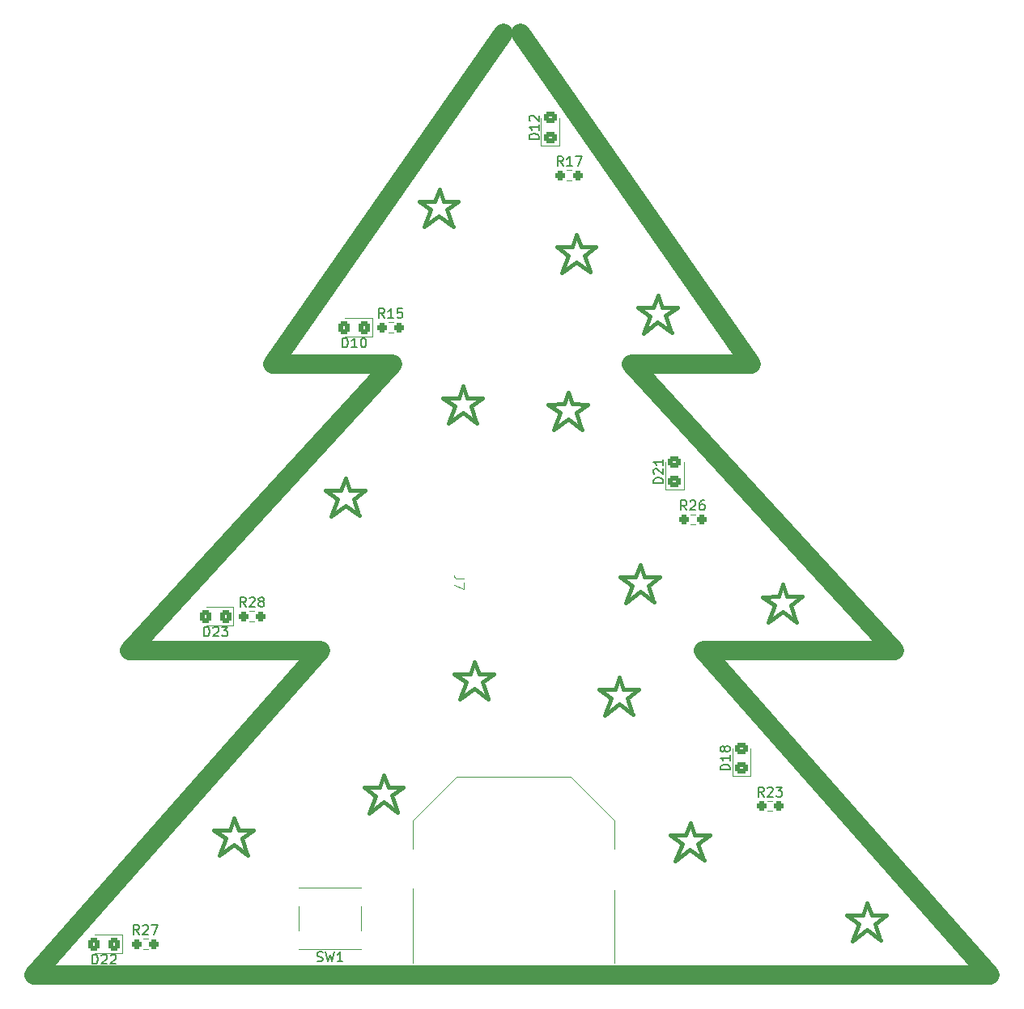
<source format=gto>
%TF.GenerationSoftware,KiCad,Pcbnew,7.0.8*%
%TF.CreationDate,2024-03-10T12:53:15+01:00*%
%TF.ProjectId,PCB_Christmas_Tree,5043425f-4368-4726-9973-746d61735f54,rev?*%
%TF.SameCoordinates,Original*%
%TF.FileFunction,Legend,Top*%
%TF.FilePolarity,Positive*%
%FSLAX46Y46*%
G04 Gerber Fmt 4.6, Leading zero omitted, Abs format (unit mm)*
G04 Created by KiCad (PCBNEW 7.0.8) date 2024-03-10 12:53:15*
%MOMM*%
%LPD*%
G01*
G04 APERTURE LIST*
G04 Aperture macros list*
%AMRoundRect*
0 Rectangle with rounded corners*
0 $1 Rounding radius*
0 $2 $3 $4 $5 $6 $7 $8 $9 X,Y pos of 4 corners*
0 Add a 4 corners polygon primitive as box body*
4,1,4,$2,$3,$4,$5,$6,$7,$8,$9,$2,$3,0*
0 Add four circle primitives for the rounded corners*
1,1,$1+$1,$2,$3*
1,1,$1+$1,$4,$5*
1,1,$1+$1,$6,$7*
1,1,$1+$1,$8,$9*
0 Add four rect primitives between the rounded corners*
20,1,$1+$1,$2,$3,$4,$5,0*
20,1,$1+$1,$4,$5,$6,$7,0*
20,1,$1+$1,$6,$7,$8,$9,0*
20,1,$1+$1,$8,$9,$2,$3,0*%
G04 Aperture macros list end*
%ADD10C,0.400000*%
%ADD11C,2.000000*%
%ADD12C,0.100000*%
%ADD13C,0.150000*%
%ADD14C,0.120000*%
%ADD15R,3.000000X2.000000*%
%ADD16RoundRect,0.250000X0.450000X-0.325000X0.450000X0.325000X-0.450000X0.325000X-0.450000X-0.325000X0*%
%ADD17RoundRect,0.237500X-0.250000X-0.237500X0.250000X-0.237500X0.250000X0.237500X-0.250000X0.237500X0*%
%ADD18RoundRect,0.250000X0.325000X0.450000X-0.325000X0.450000X-0.325000X-0.450000X0.325000X-0.450000X0*%
%ADD19C,3.000000*%
%ADD20R,5.000000X5.000000*%
%ADD21R,1.550000X1.300000*%
%ADD22R,1.700000X1.700000*%
%ADD23O,1.700000X1.700000*%
G04 APERTURE END LIST*
D10*
X133980000Y-136320000D02*
X135180000Y-135430000D01*
X86290000Y-60730000D02*
X87940000Y-60710000D01*
X92100000Y-108890000D02*
X92550000Y-110150000D01*
X89220000Y-61610000D02*
X90420000Y-60720000D01*
X91720000Y-82190000D02*
X92270000Y-83850000D01*
X109260000Y-111800000D02*
X107690000Y-111790000D01*
D11*
X146008000Y-141724000D02*
X46008000Y-141724000D01*
D10*
X101904676Y-80684140D02*
X102354676Y-81944140D01*
X116670000Y-127040000D02*
X115100000Y-127030000D01*
X123480000Y-103000000D02*
X122800000Y-104780000D01*
X84650000Y-122030000D02*
X83080000Y-122020000D01*
X66950000Y-125230000D02*
X66490000Y-126490000D01*
X78570000Y-92540000D02*
X77060000Y-93670000D01*
X92070000Y-111710000D02*
X93540000Y-112790000D01*
X78600000Y-89720000D02*
X79050000Y-90980000D01*
X122230000Y-102110000D02*
X123880000Y-102090000D01*
X92920000Y-111050000D02*
X93470000Y-112710000D01*
X64840000Y-126510000D02*
X66090000Y-127400000D01*
X101874676Y-83504140D02*
X103344676Y-84584140D01*
X91720000Y-82190000D02*
X92920000Y-81300000D01*
X133160000Y-134160000D02*
X132700000Y-135420000D01*
D11*
X136008000Y-107724000D02*
X116008000Y-107724000D01*
D10*
X90870000Y-82850000D02*
X92340000Y-83930000D01*
X135180000Y-135430000D02*
X133610000Y-135420000D01*
X82630000Y-120760000D02*
X83080000Y-122020000D01*
X101904676Y-80684140D02*
X101444676Y-81944140D01*
X109160000Y-71840000D02*
X110810000Y-71820000D01*
X103600000Y-66400000D02*
X104800000Y-65510000D01*
X105130000Y-111810000D02*
X106380000Y-112700000D01*
X113290000Y-71830000D02*
X111720000Y-71820000D01*
X78600000Y-89720000D02*
X78140000Y-90980000D01*
X102780000Y-64240000D02*
X103230000Y-65500000D01*
X66920000Y-128050000D02*
X65410000Y-129180000D01*
X133160000Y-134160000D02*
X133610000Y-135420000D01*
X114620000Y-128590000D02*
X113110000Y-129720000D01*
X124340000Y-100830000D02*
X123880000Y-102090000D01*
X114620000Y-128590000D02*
X116090000Y-129670000D01*
X108060000Y-112690000D02*
X109260000Y-111800000D01*
X66090000Y-127400000D02*
X65410000Y-129180000D01*
X124310000Y-103650000D02*
X125780000Y-104730000D01*
X113790000Y-127940000D02*
X113110000Y-129720000D01*
X92070000Y-111710000D02*
X90560000Y-112840000D01*
X108060000Y-112690000D02*
X108610000Y-114350000D01*
X104800000Y-65510000D02*
X103230000Y-65500000D01*
X102780000Y-64240000D02*
X102320000Y-65500000D01*
X68970000Y-126500000D02*
X67400000Y-126490000D01*
X107210000Y-113350000D02*
X108680000Y-114430000D01*
X115470000Y-127930000D02*
X116670000Y-127040000D01*
X109420000Y-98760000D02*
X108960000Y-100020000D01*
X112540000Y-127050000D02*
X114190000Y-127030000D01*
X111440000Y-100030000D02*
X109870000Y-100020000D01*
X80520000Y-122040000D02*
X81770000Y-122930000D01*
X79420000Y-91880000D02*
X80620000Y-90990000D01*
X111240000Y-73380000D02*
X109730000Y-74510000D01*
X102750000Y-67060000D02*
X104220000Y-68140000D01*
X112540000Y-127050000D02*
X113790000Y-127940000D01*
X90900000Y-80030000D02*
X90440000Y-81290000D01*
X111240000Y-73380000D02*
X112710000Y-74460000D01*
X132300000Y-136330000D02*
X131620000Y-138110000D01*
X88370000Y-62270000D02*
X89840000Y-63350000D01*
X76490000Y-91000000D02*
X78140000Y-90980000D01*
X131050000Y-135440000D02*
X132300000Y-136330000D01*
X66950000Y-125230000D02*
X67400000Y-126490000D01*
X103600000Y-66400000D02*
X104150000Y-68060000D01*
X109420000Y-98760000D02*
X109870000Y-100020000D01*
X109390000Y-101580000D02*
X110860000Y-102660000D01*
X81770000Y-122930000D02*
X81090000Y-124710000D01*
X133980000Y-136320000D02*
X134530000Y-137980000D01*
D11*
X95108000Y-43124000D02*
X71008000Y-77724000D01*
D10*
X92920000Y-81300000D02*
X91350000Y-81290000D01*
X112090000Y-72720000D02*
X113290000Y-71830000D01*
X102724676Y-82844140D02*
X103274676Y-84504140D01*
X82600000Y-123580000D02*
X81090000Y-124710000D01*
X110240000Y-100920000D02*
X110790000Y-102580000D01*
X88400000Y-59450000D02*
X87940000Y-60710000D01*
X100670000Y-65520000D02*
X101920000Y-66410000D01*
D11*
X83508000Y-77724000D02*
X56008000Y-107724000D01*
D10*
X82600000Y-123580000D02*
X84070000Y-124660000D01*
D11*
X108508000Y-77724000D02*
X121008000Y-77724000D01*
D10*
X133130000Y-136980000D02*
X131620000Y-138110000D01*
X79420000Y-91880000D02*
X79970000Y-93540000D01*
X83450000Y-122920000D02*
X84000000Y-124580000D01*
X131050000Y-135440000D02*
X132700000Y-135420000D01*
X99794676Y-81964140D02*
X101444676Y-81944140D01*
X91240000Y-111060000D02*
X90560000Y-112840000D01*
X99794676Y-81964140D02*
X101044676Y-82854140D01*
X92920000Y-111050000D02*
X94120000Y-110160000D01*
X78570000Y-92540000D02*
X80040000Y-93620000D01*
X107310000Y-100040000D02*
X108960000Y-100020000D01*
X82630000Y-120760000D02*
X82170000Y-122020000D01*
D11*
X108508000Y-77724000D02*
X136008000Y-107724000D01*
D10*
X107210000Y-113350000D02*
X105700000Y-114480000D01*
X101044676Y-82854140D02*
X100364676Y-84634140D01*
X115470000Y-127930000D02*
X116020000Y-129590000D01*
X90900000Y-80030000D02*
X91350000Y-81290000D01*
X110240000Y-100920000D02*
X111440000Y-100030000D01*
X90040000Y-82200000D02*
X89360000Y-83980000D01*
X114650000Y-125770000D02*
X114190000Y-127030000D01*
X100670000Y-65520000D02*
X102320000Y-65500000D01*
X90420000Y-60720000D02*
X88850000Y-60710000D01*
X86290000Y-60730000D02*
X87540000Y-61620000D01*
X89990000Y-110170000D02*
X91640000Y-110150000D01*
D11*
X96908000Y-43124000D02*
X121008000Y-77724000D01*
D10*
X89990000Y-110170000D02*
X91240000Y-111060000D01*
X126360000Y-102100000D02*
X124790000Y-102090000D01*
X125160000Y-102990000D02*
X126360000Y-102100000D01*
D11*
X116008000Y-107724000D02*
X146008000Y-141724000D01*
D10*
X122230000Y-102110000D02*
X123480000Y-103000000D01*
X111270000Y-70560000D02*
X110810000Y-71820000D01*
X112090000Y-72720000D02*
X112640000Y-74380000D01*
X101874676Y-83504140D02*
X100364676Y-84634140D01*
X133130000Y-136980000D02*
X134600000Y-138060000D01*
X64840000Y-126510000D02*
X66490000Y-126490000D01*
X107240000Y-110530000D02*
X107690000Y-111790000D01*
X125160000Y-102990000D02*
X125710000Y-104650000D01*
X92100000Y-108890000D02*
X91640000Y-110150000D01*
X109160000Y-71840000D02*
X110410000Y-72730000D01*
X87540000Y-61620000D02*
X86860000Y-63400000D01*
X76490000Y-91000000D02*
X77740000Y-91890000D01*
X108560000Y-100930000D02*
X107880000Y-102710000D01*
X94120000Y-110160000D02*
X92550000Y-110150000D01*
X124340000Y-100830000D02*
X124790000Y-102090000D01*
X80620000Y-90990000D02*
X79050000Y-90980000D01*
X111270000Y-70560000D02*
X111720000Y-71820000D01*
X102724676Y-82844140D02*
X103924676Y-81954140D01*
D11*
X76008000Y-107724000D02*
X56008000Y-107724000D01*
D10*
X77740000Y-91890000D02*
X77060000Y-93670000D01*
X90870000Y-82850000D02*
X89360000Y-83980000D01*
X67770000Y-127390000D02*
X68320000Y-129050000D01*
X83450000Y-122920000D02*
X84650000Y-122030000D01*
X101920000Y-66410000D02*
X101240000Y-68190000D01*
X102750000Y-67060000D02*
X101240000Y-68190000D01*
X80520000Y-122040000D02*
X82170000Y-122020000D01*
X66920000Y-128050000D02*
X68390000Y-129130000D01*
X107310000Y-100040000D02*
X108560000Y-100930000D01*
X105130000Y-111810000D02*
X106780000Y-111790000D01*
X88370000Y-62270000D02*
X86860000Y-63400000D01*
X106380000Y-112700000D02*
X105700000Y-114480000D01*
X88790000Y-81310000D02*
X90040000Y-82200000D01*
X110410000Y-72730000D02*
X109730000Y-74510000D01*
X88790000Y-81310000D02*
X90440000Y-81290000D01*
X88400000Y-59450000D02*
X88850000Y-60710000D01*
X89220000Y-61610000D02*
X89770000Y-63270000D01*
X124310000Y-103650000D02*
X122800000Y-104780000D01*
D11*
X71008000Y-77724000D02*
X83508000Y-77724000D01*
D10*
X103924676Y-81954140D02*
X102354676Y-81944140D01*
X109390000Y-101580000D02*
X107880000Y-102710000D01*
X107240000Y-110530000D02*
X106780000Y-111790000D01*
X114650000Y-125770000D02*
X115100000Y-127030000D01*
D11*
X76008000Y-107724000D02*
X46008000Y-141724000D01*
D10*
X67770000Y-127390000D02*
X68970000Y-126500000D01*
D12*
X90994580Y-100238666D02*
X90280295Y-100238666D01*
X90280295Y-100238666D02*
X90137438Y-100191047D01*
X90137438Y-100191047D02*
X90042200Y-100095809D01*
X90042200Y-100095809D02*
X89994580Y-99952952D01*
X89994580Y-99952952D02*
X89994580Y-99857714D01*
X90994580Y-100619619D02*
X90994580Y-101286285D01*
X90994580Y-101286285D02*
X89994580Y-100857714D01*
D13*
X111804819Y-90214285D02*
X110804819Y-90214285D01*
X110804819Y-90214285D02*
X110804819Y-89976190D01*
X110804819Y-89976190D02*
X110852438Y-89833333D01*
X110852438Y-89833333D02*
X110947676Y-89738095D01*
X110947676Y-89738095D02*
X111042914Y-89690476D01*
X111042914Y-89690476D02*
X111233390Y-89642857D01*
X111233390Y-89642857D02*
X111376247Y-89642857D01*
X111376247Y-89642857D02*
X111566723Y-89690476D01*
X111566723Y-89690476D02*
X111661961Y-89738095D01*
X111661961Y-89738095D02*
X111757200Y-89833333D01*
X111757200Y-89833333D02*
X111804819Y-89976190D01*
X111804819Y-89976190D02*
X111804819Y-90214285D01*
X110900057Y-89261904D02*
X110852438Y-89214285D01*
X110852438Y-89214285D02*
X110804819Y-89119047D01*
X110804819Y-89119047D02*
X110804819Y-88880952D01*
X110804819Y-88880952D02*
X110852438Y-88785714D01*
X110852438Y-88785714D02*
X110900057Y-88738095D01*
X110900057Y-88738095D02*
X110995295Y-88690476D01*
X110995295Y-88690476D02*
X111090533Y-88690476D01*
X111090533Y-88690476D02*
X111233390Y-88738095D01*
X111233390Y-88738095D02*
X111804819Y-89309523D01*
X111804819Y-89309523D02*
X111804819Y-88690476D01*
X111804819Y-87738095D02*
X111804819Y-88309523D01*
X111804819Y-88023809D02*
X110804819Y-88023809D01*
X110804819Y-88023809D02*
X110947676Y-88119047D01*
X110947676Y-88119047D02*
X111042914Y-88214285D01*
X111042914Y-88214285D02*
X111090533Y-88309523D01*
X114269642Y-93024819D02*
X113936309Y-92548628D01*
X113698214Y-93024819D02*
X113698214Y-92024819D01*
X113698214Y-92024819D02*
X114079166Y-92024819D01*
X114079166Y-92024819D02*
X114174404Y-92072438D01*
X114174404Y-92072438D02*
X114222023Y-92120057D01*
X114222023Y-92120057D02*
X114269642Y-92215295D01*
X114269642Y-92215295D02*
X114269642Y-92358152D01*
X114269642Y-92358152D02*
X114222023Y-92453390D01*
X114222023Y-92453390D02*
X114174404Y-92501009D01*
X114174404Y-92501009D02*
X114079166Y-92548628D01*
X114079166Y-92548628D02*
X113698214Y-92548628D01*
X114650595Y-92120057D02*
X114698214Y-92072438D01*
X114698214Y-92072438D02*
X114793452Y-92024819D01*
X114793452Y-92024819D02*
X115031547Y-92024819D01*
X115031547Y-92024819D02*
X115126785Y-92072438D01*
X115126785Y-92072438D02*
X115174404Y-92120057D01*
X115174404Y-92120057D02*
X115222023Y-92215295D01*
X115222023Y-92215295D02*
X115222023Y-92310533D01*
X115222023Y-92310533D02*
X115174404Y-92453390D01*
X115174404Y-92453390D02*
X114602976Y-93024819D01*
X114602976Y-93024819D02*
X115222023Y-93024819D01*
X116079166Y-92024819D02*
X115888690Y-92024819D01*
X115888690Y-92024819D02*
X115793452Y-92072438D01*
X115793452Y-92072438D02*
X115745833Y-92120057D01*
X115745833Y-92120057D02*
X115650595Y-92262914D01*
X115650595Y-92262914D02*
X115602976Y-92453390D01*
X115602976Y-92453390D02*
X115602976Y-92834342D01*
X115602976Y-92834342D02*
X115650595Y-92929580D01*
X115650595Y-92929580D02*
X115698214Y-92977200D01*
X115698214Y-92977200D02*
X115793452Y-93024819D01*
X115793452Y-93024819D02*
X115983928Y-93024819D01*
X115983928Y-93024819D02*
X116079166Y-92977200D01*
X116079166Y-92977200D02*
X116126785Y-92929580D01*
X116126785Y-92929580D02*
X116174404Y-92834342D01*
X116174404Y-92834342D02*
X116174404Y-92596247D01*
X116174404Y-92596247D02*
X116126785Y-92501009D01*
X116126785Y-92501009D02*
X116079166Y-92453390D01*
X116079166Y-92453390D02*
X115983928Y-92405771D01*
X115983928Y-92405771D02*
X115793452Y-92405771D01*
X115793452Y-92405771D02*
X115698214Y-92453390D01*
X115698214Y-92453390D02*
X115650595Y-92501009D01*
X115650595Y-92501009D02*
X115602976Y-92596247D01*
X57015142Y-137454819D02*
X56681809Y-136978628D01*
X56443714Y-137454819D02*
X56443714Y-136454819D01*
X56443714Y-136454819D02*
X56824666Y-136454819D01*
X56824666Y-136454819D02*
X56919904Y-136502438D01*
X56919904Y-136502438D02*
X56967523Y-136550057D01*
X56967523Y-136550057D02*
X57015142Y-136645295D01*
X57015142Y-136645295D02*
X57015142Y-136788152D01*
X57015142Y-136788152D02*
X56967523Y-136883390D01*
X56967523Y-136883390D02*
X56919904Y-136931009D01*
X56919904Y-136931009D02*
X56824666Y-136978628D01*
X56824666Y-136978628D02*
X56443714Y-136978628D01*
X57396095Y-136550057D02*
X57443714Y-136502438D01*
X57443714Y-136502438D02*
X57538952Y-136454819D01*
X57538952Y-136454819D02*
X57777047Y-136454819D01*
X57777047Y-136454819D02*
X57872285Y-136502438D01*
X57872285Y-136502438D02*
X57919904Y-136550057D01*
X57919904Y-136550057D02*
X57967523Y-136645295D01*
X57967523Y-136645295D02*
X57967523Y-136740533D01*
X57967523Y-136740533D02*
X57919904Y-136883390D01*
X57919904Y-136883390D02*
X57348476Y-137454819D01*
X57348476Y-137454819D02*
X57967523Y-137454819D01*
X58300857Y-136454819D02*
X58967523Y-136454819D01*
X58967523Y-136454819D02*
X58538952Y-137454819D01*
X63800714Y-106244819D02*
X63800714Y-105244819D01*
X63800714Y-105244819D02*
X64038809Y-105244819D01*
X64038809Y-105244819D02*
X64181666Y-105292438D01*
X64181666Y-105292438D02*
X64276904Y-105387676D01*
X64276904Y-105387676D02*
X64324523Y-105482914D01*
X64324523Y-105482914D02*
X64372142Y-105673390D01*
X64372142Y-105673390D02*
X64372142Y-105816247D01*
X64372142Y-105816247D02*
X64324523Y-106006723D01*
X64324523Y-106006723D02*
X64276904Y-106101961D01*
X64276904Y-106101961D02*
X64181666Y-106197200D01*
X64181666Y-106197200D02*
X64038809Y-106244819D01*
X64038809Y-106244819D02*
X63800714Y-106244819D01*
X64753095Y-105340057D02*
X64800714Y-105292438D01*
X64800714Y-105292438D02*
X64895952Y-105244819D01*
X64895952Y-105244819D02*
X65134047Y-105244819D01*
X65134047Y-105244819D02*
X65229285Y-105292438D01*
X65229285Y-105292438D02*
X65276904Y-105340057D01*
X65276904Y-105340057D02*
X65324523Y-105435295D01*
X65324523Y-105435295D02*
X65324523Y-105530533D01*
X65324523Y-105530533D02*
X65276904Y-105673390D01*
X65276904Y-105673390D02*
X64705476Y-106244819D01*
X64705476Y-106244819D02*
X65324523Y-106244819D01*
X65657857Y-105244819D02*
X66276904Y-105244819D01*
X66276904Y-105244819D02*
X65943571Y-105625771D01*
X65943571Y-105625771D02*
X66086428Y-105625771D01*
X66086428Y-105625771D02*
X66181666Y-105673390D01*
X66181666Y-105673390D02*
X66229285Y-105721009D01*
X66229285Y-105721009D02*
X66276904Y-105816247D01*
X66276904Y-105816247D02*
X66276904Y-106054342D01*
X66276904Y-106054342D02*
X66229285Y-106149580D01*
X66229285Y-106149580D02*
X66181666Y-106197200D01*
X66181666Y-106197200D02*
X66086428Y-106244819D01*
X66086428Y-106244819D02*
X65800714Y-106244819D01*
X65800714Y-106244819D02*
X65705476Y-106197200D01*
X65705476Y-106197200D02*
X65657857Y-106149580D01*
X78287714Y-76018819D02*
X78287714Y-75018819D01*
X78287714Y-75018819D02*
X78525809Y-75018819D01*
X78525809Y-75018819D02*
X78668666Y-75066438D01*
X78668666Y-75066438D02*
X78763904Y-75161676D01*
X78763904Y-75161676D02*
X78811523Y-75256914D01*
X78811523Y-75256914D02*
X78859142Y-75447390D01*
X78859142Y-75447390D02*
X78859142Y-75590247D01*
X78859142Y-75590247D02*
X78811523Y-75780723D01*
X78811523Y-75780723D02*
X78763904Y-75875961D01*
X78763904Y-75875961D02*
X78668666Y-75971200D01*
X78668666Y-75971200D02*
X78525809Y-76018819D01*
X78525809Y-76018819D02*
X78287714Y-76018819D01*
X79811523Y-76018819D02*
X79240095Y-76018819D01*
X79525809Y-76018819D02*
X79525809Y-75018819D01*
X79525809Y-75018819D02*
X79430571Y-75161676D01*
X79430571Y-75161676D02*
X79335333Y-75256914D01*
X79335333Y-75256914D02*
X79240095Y-75304533D01*
X80430571Y-75018819D02*
X80525809Y-75018819D01*
X80525809Y-75018819D02*
X80621047Y-75066438D01*
X80621047Y-75066438D02*
X80668666Y-75114057D01*
X80668666Y-75114057D02*
X80716285Y-75209295D01*
X80716285Y-75209295D02*
X80763904Y-75399771D01*
X80763904Y-75399771D02*
X80763904Y-75637866D01*
X80763904Y-75637866D02*
X80716285Y-75828342D01*
X80716285Y-75828342D02*
X80668666Y-75923580D01*
X80668666Y-75923580D02*
X80621047Y-75971200D01*
X80621047Y-75971200D02*
X80525809Y-76018819D01*
X80525809Y-76018819D02*
X80430571Y-76018819D01*
X80430571Y-76018819D02*
X80335333Y-75971200D01*
X80335333Y-75971200D02*
X80287714Y-75923580D01*
X80287714Y-75923580D02*
X80240095Y-75828342D01*
X80240095Y-75828342D02*
X80192476Y-75637866D01*
X80192476Y-75637866D02*
X80192476Y-75399771D01*
X80192476Y-75399771D02*
X80240095Y-75209295D01*
X80240095Y-75209295D02*
X80287714Y-75114057D01*
X80287714Y-75114057D02*
X80335333Y-75066438D01*
X80335333Y-75066438D02*
X80430571Y-75018819D01*
X82669142Y-72938819D02*
X82335809Y-72462628D01*
X82097714Y-72938819D02*
X82097714Y-71938819D01*
X82097714Y-71938819D02*
X82478666Y-71938819D01*
X82478666Y-71938819D02*
X82573904Y-71986438D01*
X82573904Y-71986438D02*
X82621523Y-72034057D01*
X82621523Y-72034057D02*
X82669142Y-72129295D01*
X82669142Y-72129295D02*
X82669142Y-72272152D01*
X82669142Y-72272152D02*
X82621523Y-72367390D01*
X82621523Y-72367390D02*
X82573904Y-72415009D01*
X82573904Y-72415009D02*
X82478666Y-72462628D01*
X82478666Y-72462628D02*
X82097714Y-72462628D01*
X83621523Y-72938819D02*
X83050095Y-72938819D01*
X83335809Y-72938819D02*
X83335809Y-71938819D01*
X83335809Y-71938819D02*
X83240571Y-72081676D01*
X83240571Y-72081676D02*
X83145333Y-72176914D01*
X83145333Y-72176914D02*
X83050095Y-72224533D01*
X84526285Y-71938819D02*
X84050095Y-71938819D01*
X84050095Y-71938819D02*
X84002476Y-72415009D01*
X84002476Y-72415009D02*
X84050095Y-72367390D01*
X84050095Y-72367390D02*
X84145333Y-72319771D01*
X84145333Y-72319771D02*
X84383428Y-72319771D01*
X84383428Y-72319771D02*
X84478666Y-72367390D01*
X84478666Y-72367390D02*
X84526285Y-72415009D01*
X84526285Y-72415009D02*
X84573904Y-72510247D01*
X84573904Y-72510247D02*
X84573904Y-72748342D01*
X84573904Y-72748342D02*
X84526285Y-72843580D01*
X84526285Y-72843580D02*
X84478666Y-72891200D01*
X84478666Y-72891200D02*
X84383428Y-72938819D01*
X84383428Y-72938819D02*
X84145333Y-72938819D01*
X84145333Y-72938819D02*
X84050095Y-72891200D01*
X84050095Y-72891200D02*
X84002476Y-72843580D01*
X98804819Y-54214285D02*
X97804819Y-54214285D01*
X97804819Y-54214285D02*
X97804819Y-53976190D01*
X97804819Y-53976190D02*
X97852438Y-53833333D01*
X97852438Y-53833333D02*
X97947676Y-53738095D01*
X97947676Y-53738095D02*
X98042914Y-53690476D01*
X98042914Y-53690476D02*
X98233390Y-53642857D01*
X98233390Y-53642857D02*
X98376247Y-53642857D01*
X98376247Y-53642857D02*
X98566723Y-53690476D01*
X98566723Y-53690476D02*
X98661961Y-53738095D01*
X98661961Y-53738095D02*
X98757200Y-53833333D01*
X98757200Y-53833333D02*
X98804819Y-53976190D01*
X98804819Y-53976190D02*
X98804819Y-54214285D01*
X98804819Y-52690476D02*
X98804819Y-53261904D01*
X98804819Y-52976190D02*
X97804819Y-52976190D01*
X97804819Y-52976190D02*
X97947676Y-53071428D01*
X97947676Y-53071428D02*
X98042914Y-53166666D01*
X98042914Y-53166666D02*
X98090533Y-53261904D01*
X97900057Y-52309523D02*
X97852438Y-52261904D01*
X97852438Y-52261904D02*
X97804819Y-52166666D01*
X97804819Y-52166666D02*
X97804819Y-51928571D01*
X97804819Y-51928571D02*
X97852438Y-51833333D01*
X97852438Y-51833333D02*
X97900057Y-51785714D01*
X97900057Y-51785714D02*
X97995295Y-51738095D01*
X97995295Y-51738095D02*
X98090533Y-51738095D01*
X98090533Y-51738095D02*
X98233390Y-51785714D01*
X98233390Y-51785714D02*
X98804819Y-52357142D01*
X98804819Y-52357142D02*
X98804819Y-51738095D01*
X118804819Y-120214285D02*
X117804819Y-120214285D01*
X117804819Y-120214285D02*
X117804819Y-119976190D01*
X117804819Y-119976190D02*
X117852438Y-119833333D01*
X117852438Y-119833333D02*
X117947676Y-119738095D01*
X117947676Y-119738095D02*
X118042914Y-119690476D01*
X118042914Y-119690476D02*
X118233390Y-119642857D01*
X118233390Y-119642857D02*
X118376247Y-119642857D01*
X118376247Y-119642857D02*
X118566723Y-119690476D01*
X118566723Y-119690476D02*
X118661961Y-119738095D01*
X118661961Y-119738095D02*
X118757200Y-119833333D01*
X118757200Y-119833333D02*
X118804819Y-119976190D01*
X118804819Y-119976190D02*
X118804819Y-120214285D01*
X118804819Y-118690476D02*
X118804819Y-119261904D01*
X118804819Y-118976190D02*
X117804819Y-118976190D01*
X117804819Y-118976190D02*
X117947676Y-119071428D01*
X117947676Y-119071428D02*
X118042914Y-119166666D01*
X118042914Y-119166666D02*
X118090533Y-119261904D01*
X118233390Y-118119047D02*
X118185771Y-118214285D01*
X118185771Y-118214285D02*
X118138152Y-118261904D01*
X118138152Y-118261904D02*
X118042914Y-118309523D01*
X118042914Y-118309523D02*
X117995295Y-118309523D01*
X117995295Y-118309523D02*
X117900057Y-118261904D01*
X117900057Y-118261904D02*
X117852438Y-118214285D01*
X117852438Y-118214285D02*
X117804819Y-118119047D01*
X117804819Y-118119047D02*
X117804819Y-117928571D01*
X117804819Y-117928571D02*
X117852438Y-117833333D01*
X117852438Y-117833333D02*
X117900057Y-117785714D01*
X117900057Y-117785714D02*
X117995295Y-117738095D01*
X117995295Y-117738095D02*
X118042914Y-117738095D01*
X118042914Y-117738095D02*
X118138152Y-117785714D01*
X118138152Y-117785714D02*
X118185771Y-117833333D01*
X118185771Y-117833333D02*
X118233390Y-117928571D01*
X118233390Y-117928571D02*
X118233390Y-118119047D01*
X118233390Y-118119047D02*
X118281009Y-118214285D01*
X118281009Y-118214285D02*
X118328628Y-118261904D01*
X118328628Y-118261904D02*
X118423866Y-118309523D01*
X118423866Y-118309523D02*
X118614342Y-118309523D01*
X118614342Y-118309523D02*
X118709580Y-118261904D01*
X118709580Y-118261904D02*
X118757200Y-118214285D01*
X118757200Y-118214285D02*
X118804819Y-118119047D01*
X118804819Y-118119047D02*
X118804819Y-117928571D01*
X118804819Y-117928571D02*
X118757200Y-117833333D01*
X118757200Y-117833333D02*
X118709580Y-117785714D01*
X118709580Y-117785714D02*
X118614342Y-117738095D01*
X118614342Y-117738095D02*
X118423866Y-117738095D01*
X118423866Y-117738095D02*
X118328628Y-117785714D01*
X118328628Y-117785714D02*
X118281009Y-117833333D01*
X118281009Y-117833333D02*
X118233390Y-117928571D01*
D12*
X95978666Y-129584419D02*
X95978666Y-130298704D01*
X95978666Y-130298704D02*
X95931047Y-130441561D01*
X95931047Y-130441561D02*
X95835809Y-130536800D01*
X95835809Y-130536800D02*
X95692952Y-130584419D01*
X95692952Y-130584419D02*
X95597714Y-130584419D01*
X96407238Y-129679657D02*
X96454857Y-129632038D01*
X96454857Y-129632038D02*
X96550095Y-129584419D01*
X96550095Y-129584419D02*
X96788190Y-129584419D01*
X96788190Y-129584419D02*
X96883428Y-129632038D01*
X96883428Y-129632038D02*
X96931047Y-129679657D01*
X96931047Y-129679657D02*
X96978666Y-129774895D01*
X96978666Y-129774895D02*
X96978666Y-129870133D01*
X96978666Y-129870133D02*
X96931047Y-130012990D01*
X96931047Y-130012990D02*
X96359619Y-130584419D01*
X96359619Y-130584419D02*
X96978666Y-130584419D01*
D13*
X68172142Y-103164819D02*
X67838809Y-102688628D01*
X67600714Y-103164819D02*
X67600714Y-102164819D01*
X67600714Y-102164819D02*
X67981666Y-102164819D01*
X67981666Y-102164819D02*
X68076904Y-102212438D01*
X68076904Y-102212438D02*
X68124523Y-102260057D01*
X68124523Y-102260057D02*
X68172142Y-102355295D01*
X68172142Y-102355295D02*
X68172142Y-102498152D01*
X68172142Y-102498152D02*
X68124523Y-102593390D01*
X68124523Y-102593390D02*
X68076904Y-102641009D01*
X68076904Y-102641009D02*
X67981666Y-102688628D01*
X67981666Y-102688628D02*
X67600714Y-102688628D01*
X68553095Y-102260057D02*
X68600714Y-102212438D01*
X68600714Y-102212438D02*
X68695952Y-102164819D01*
X68695952Y-102164819D02*
X68934047Y-102164819D01*
X68934047Y-102164819D02*
X69029285Y-102212438D01*
X69029285Y-102212438D02*
X69076904Y-102260057D01*
X69076904Y-102260057D02*
X69124523Y-102355295D01*
X69124523Y-102355295D02*
X69124523Y-102450533D01*
X69124523Y-102450533D02*
X69076904Y-102593390D01*
X69076904Y-102593390D02*
X68505476Y-103164819D01*
X68505476Y-103164819D02*
X69124523Y-103164819D01*
X69695952Y-102593390D02*
X69600714Y-102545771D01*
X69600714Y-102545771D02*
X69553095Y-102498152D01*
X69553095Y-102498152D02*
X69505476Y-102402914D01*
X69505476Y-102402914D02*
X69505476Y-102355295D01*
X69505476Y-102355295D02*
X69553095Y-102260057D01*
X69553095Y-102260057D02*
X69600714Y-102212438D01*
X69600714Y-102212438D02*
X69695952Y-102164819D01*
X69695952Y-102164819D02*
X69886428Y-102164819D01*
X69886428Y-102164819D02*
X69981666Y-102212438D01*
X69981666Y-102212438D02*
X70029285Y-102260057D01*
X70029285Y-102260057D02*
X70076904Y-102355295D01*
X70076904Y-102355295D02*
X70076904Y-102402914D01*
X70076904Y-102402914D02*
X70029285Y-102498152D01*
X70029285Y-102498152D02*
X69981666Y-102545771D01*
X69981666Y-102545771D02*
X69886428Y-102593390D01*
X69886428Y-102593390D02*
X69695952Y-102593390D01*
X69695952Y-102593390D02*
X69600714Y-102641009D01*
X69600714Y-102641009D02*
X69553095Y-102688628D01*
X69553095Y-102688628D02*
X69505476Y-102783866D01*
X69505476Y-102783866D02*
X69505476Y-102974342D01*
X69505476Y-102974342D02*
X69553095Y-103069580D01*
X69553095Y-103069580D02*
X69600714Y-103117200D01*
X69600714Y-103117200D02*
X69695952Y-103164819D01*
X69695952Y-103164819D02*
X69886428Y-103164819D01*
X69886428Y-103164819D02*
X69981666Y-103117200D01*
X69981666Y-103117200D02*
X70029285Y-103069580D01*
X70029285Y-103069580D02*
X70076904Y-102974342D01*
X70076904Y-102974342D02*
X70076904Y-102783866D01*
X70076904Y-102783866D02*
X70029285Y-102688628D01*
X70029285Y-102688628D02*
X69981666Y-102641009D01*
X69981666Y-102641009D02*
X69886428Y-102593390D01*
X52125714Y-140534819D02*
X52125714Y-139534819D01*
X52125714Y-139534819D02*
X52363809Y-139534819D01*
X52363809Y-139534819D02*
X52506666Y-139582438D01*
X52506666Y-139582438D02*
X52601904Y-139677676D01*
X52601904Y-139677676D02*
X52649523Y-139772914D01*
X52649523Y-139772914D02*
X52697142Y-139963390D01*
X52697142Y-139963390D02*
X52697142Y-140106247D01*
X52697142Y-140106247D02*
X52649523Y-140296723D01*
X52649523Y-140296723D02*
X52601904Y-140391961D01*
X52601904Y-140391961D02*
X52506666Y-140487200D01*
X52506666Y-140487200D02*
X52363809Y-140534819D01*
X52363809Y-140534819D02*
X52125714Y-140534819D01*
X53078095Y-139630057D02*
X53125714Y-139582438D01*
X53125714Y-139582438D02*
X53220952Y-139534819D01*
X53220952Y-139534819D02*
X53459047Y-139534819D01*
X53459047Y-139534819D02*
X53554285Y-139582438D01*
X53554285Y-139582438D02*
X53601904Y-139630057D01*
X53601904Y-139630057D02*
X53649523Y-139725295D01*
X53649523Y-139725295D02*
X53649523Y-139820533D01*
X53649523Y-139820533D02*
X53601904Y-139963390D01*
X53601904Y-139963390D02*
X53030476Y-140534819D01*
X53030476Y-140534819D02*
X53649523Y-140534819D01*
X54030476Y-139630057D02*
X54078095Y-139582438D01*
X54078095Y-139582438D02*
X54173333Y-139534819D01*
X54173333Y-139534819D02*
X54411428Y-139534819D01*
X54411428Y-139534819D02*
X54506666Y-139582438D01*
X54506666Y-139582438D02*
X54554285Y-139630057D01*
X54554285Y-139630057D02*
X54601904Y-139725295D01*
X54601904Y-139725295D02*
X54601904Y-139820533D01*
X54601904Y-139820533D02*
X54554285Y-139963390D01*
X54554285Y-139963390D02*
X53982857Y-140534819D01*
X53982857Y-140534819D02*
X54601904Y-140534819D01*
X101357142Y-57024819D02*
X101023809Y-56548628D01*
X100785714Y-57024819D02*
X100785714Y-56024819D01*
X100785714Y-56024819D02*
X101166666Y-56024819D01*
X101166666Y-56024819D02*
X101261904Y-56072438D01*
X101261904Y-56072438D02*
X101309523Y-56120057D01*
X101309523Y-56120057D02*
X101357142Y-56215295D01*
X101357142Y-56215295D02*
X101357142Y-56358152D01*
X101357142Y-56358152D02*
X101309523Y-56453390D01*
X101309523Y-56453390D02*
X101261904Y-56501009D01*
X101261904Y-56501009D02*
X101166666Y-56548628D01*
X101166666Y-56548628D02*
X100785714Y-56548628D01*
X102309523Y-57024819D02*
X101738095Y-57024819D01*
X102023809Y-57024819D02*
X102023809Y-56024819D01*
X102023809Y-56024819D02*
X101928571Y-56167676D01*
X101928571Y-56167676D02*
X101833333Y-56262914D01*
X101833333Y-56262914D02*
X101738095Y-56310533D01*
X102642857Y-56024819D02*
X103309523Y-56024819D01*
X103309523Y-56024819D02*
X102880952Y-57024819D01*
X75628667Y-140220200D02*
X75771524Y-140267819D01*
X75771524Y-140267819D02*
X76009619Y-140267819D01*
X76009619Y-140267819D02*
X76104857Y-140220200D01*
X76104857Y-140220200D02*
X76152476Y-140172580D01*
X76152476Y-140172580D02*
X76200095Y-140077342D01*
X76200095Y-140077342D02*
X76200095Y-139982104D01*
X76200095Y-139982104D02*
X76152476Y-139886866D01*
X76152476Y-139886866D02*
X76104857Y-139839247D01*
X76104857Y-139839247D02*
X76009619Y-139791628D01*
X76009619Y-139791628D02*
X75819143Y-139744009D01*
X75819143Y-139744009D02*
X75723905Y-139696390D01*
X75723905Y-139696390D02*
X75676286Y-139648771D01*
X75676286Y-139648771D02*
X75628667Y-139553533D01*
X75628667Y-139553533D02*
X75628667Y-139458295D01*
X75628667Y-139458295D02*
X75676286Y-139363057D01*
X75676286Y-139363057D02*
X75723905Y-139315438D01*
X75723905Y-139315438D02*
X75819143Y-139267819D01*
X75819143Y-139267819D02*
X76057238Y-139267819D01*
X76057238Y-139267819D02*
X76200095Y-139315438D01*
X76533429Y-139267819D02*
X76771524Y-140267819D01*
X76771524Y-140267819D02*
X76962000Y-139553533D01*
X76962000Y-139553533D02*
X77152476Y-140267819D01*
X77152476Y-140267819D02*
X77390572Y-139267819D01*
X78295333Y-140267819D02*
X77723905Y-140267819D01*
X78009619Y-140267819D02*
X78009619Y-139267819D01*
X78009619Y-139267819D02*
X77914381Y-139410676D01*
X77914381Y-139410676D02*
X77819143Y-139505914D01*
X77819143Y-139505914D02*
X77723905Y-139553533D01*
X122357142Y-123024819D02*
X122023809Y-122548628D01*
X121785714Y-123024819D02*
X121785714Y-122024819D01*
X121785714Y-122024819D02*
X122166666Y-122024819D01*
X122166666Y-122024819D02*
X122261904Y-122072438D01*
X122261904Y-122072438D02*
X122309523Y-122120057D01*
X122309523Y-122120057D02*
X122357142Y-122215295D01*
X122357142Y-122215295D02*
X122357142Y-122358152D01*
X122357142Y-122358152D02*
X122309523Y-122453390D01*
X122309523Y-122453390D02*
X122261904Y-122501009D01*
X122261904Y-122501009D02*
X122166666Y-122548628D01*
X122166666Y-122548628D02*
X121785714Y-122548628D01*
X122738095Y-122120057D02*
X122785714Y-122072438D01*
X122785714Y-122072438D02*
X122880952Y-122024819D01*
X122880952Y-122024819D02*
X123119047Y-122024819D01*
X123119047Y-122024819D02*
X123214285Y-122072438D01*
X123214285Y-122072438D02*
X123261904Y-122120057D01*
X123261904Y-122120057D02*
X123309523Y-122215295D01*
X123309523Y-122215295D02*
X123309523Y-122310533D01*
X123309523Y-122310533D02*
X123261904Y-122453390D01*
X123261904Y-122453390D02*
X122690476Y-123024819D01*
X122690476Y-123024819D02*
X123309523Y-123024819D01*
X123642857Y-122024819D02*
X124261904Y-122024819D01*
X124261904Y-122024819D02*
X123928571Y-122405771D01*
X123928571Y-122405771D02*
X124071428Y-122405771D01*
X124071428Y-122405771D02*
X124166666Y-122453390D01*
X124166666Y-122453390D02*
X124214285Y-122501009D01*
X124214285Y-122501009D02*
X124261904Y-122596247D01*
X124261904Y-122596247D02*
X124261904Y-122834342D01*
X124261904Y-122834342D02*
X124214285Y-122929580D01*
X124214285Y-122929580D02*
X124166666Y-122977200D01*
X124166666Y-122977200D02*
X124071428Y-123024819D01*
X124071428Y-123024819D02*
X123785714Y-123024819D01*
X123785714Y-123024819D02*
X123690476Y-122977200D01*
X123690476Y-122977200D02*
X123642857Y-122929580D01*
D14*
%TO.C,D21*%
X112040000Y-90860000D02*
X113960000Y-90860000D01*
X113960000Y-90860000D02*
X113960000Y-88000000D01*
X112040000Y-88000000D02*
X112040000Y-90860000D01*
%TO.C,R26*%
X114657776Y-93477500D02*
X115167224Y-93477500D01*
X114657776Y-94522500D02*
X115167224Y-94522500D01*
%TO.C,R27*%
X57403276Y-137907500D02*
X57912724Y-137907500D01*
X57403276Y-138952500D02*
X57912724Y-138952500D01*
%TO.C,D23*%
X66875000Y-105100000D02*
X66875000Y-103180000D01*
X66875000Y-103180000D02*
X64015000Y-103180000D01*
X64015000Y-105100000D02*
X66875000Y-105100000D01*
%TO.C,D10*%
X81362000Y-74874000D02*
X81362000Y-72954000D01*
X81362000Y-72954000D02*
X78502000Y-72954000D01*
X78502000Y-74874000D02*
X81362000Y-74874000D01*
%TO.C,R15*%
X83057276Y-73391500D02*
X83566724Y-73391500D01*
X83057276Y-74436500D02*
X83566724Y-74436500D01*
%TO.C,D12*%
X99040000Y-54860000D02*
X100960000Y-54860000D01*
X100960000Y-54860000D02*
X100960000Y-52000000D01*
X99040000Y-52000000D02*
X99040000Y-54860000D01*
%TO.C,D18*%
X119040000Y-120860000D02*
X120960000Y-120860000D01*
X120960000Y-120860000D02*
X120960000Y-118000000D01*
X119040000Y-118000000D02*
X119040000Y-120860000D01*
D12*
%TO.C,J2*%
X85644000Y-125547000D02*
X85644000Y-128468000D01*
X85644000Y-125547000D02*
X90216000Y-120975000D01*
X85644000Y-132659000D02*
X85644000Y-140406000D01*
X102154000Y-120975000D02*
X90216000Y-120975000D01*
X106726000Y-125547000D02*
X102154000Y-120975000D01*
X106726000Y-128468000D02*
X106726000Y-125547000D01*
X106726000Y-140406000D02*
X106726000Y-132786000D01*
D14*
%TO.C,R28*%
X68560276Y-103617500D02*
X69069724Y-103617500D01*
X68560276Y-104662500D02*
X69069724Y-104662500D01*
%TO.C,D22*%
X55200000Y-139390000D02*
X55200000Y-137470000D01*
X55200000Y-137470000D02*
X52340000Y-137470000D01*
X52340000Y-139390000D02*
X55200000Y-139390000D01*
%TO.C,R17*%
X101745276Y-57477500D02*
X102254724Y-57477500D01*
X101745276Y-58522500D02*
X102254724Y-58522500D01*
%TO.C,SW1*%
X80192000Y-138993000D02*
X73732000Y-138993000D01*
X80192000Y-138963000D02*
X80192000Y-138993000D01*
X80192000Y-137063000D02*
X80192000Y-134463000D01*
X80192000Y-132533000D02*
X80192000Y-132563000D01*
X80192000Y-132533000D02*
X73732000Y-132533000D01*
X73732000Y-138993000D02*
X73732000Y-138963000D01*
X73732000Y-137063000D02*
X73732000Y-134463000D01*
X73732000Y-132533000D02*
X73732000Y-132563000D01*
%TO.C,R23*%
X122745276Y-123477500D02*
X123254724Y-123477500D01*
X122745276Y-124522500D02*
X123254724Y-124522500D01*
%TD*%
%LPC*%
D15*
%TO.C,J7*%
X93500000Y-93968000D03*
X93500000Y-97270000D03*
X93500000Y-100572000D03*
X93500000Y-103620000D03*
%TD*%
D16*
%TO.C,D21*%
X113000000Y-90025000D03*
X113000000Y-87975000D03*
%TD*%
D17*
%TO.C,R26*%
X114000000Y-94000000D03*
X115825000Y-94000000D03*
%TD*%
%TO.C,R27*%
X56745500Y-138430000D03*
X58570500Y-138430000D03*
%TD*%
D18*
%TO.C,D23*%
X66040000Y-104140000D03*
X63990000Y-104140000D03*
%TD*%
%TO.C,D10*%
X80527000Y-73914000D03*
X78477000Y-73914000D03*
%TD*%
D17*
%TO.C,R15*%
X82399500Y-73914000D03*
X84224500Y-73914000D03*
%TD*%
D16*
%TO.C,D12*%
X100000000Y-54025000D03*
X100000000Y-51975000D03*
%TD*%
%TO.C,D18*%
X120000000Y-120025000D03*
X120000000Y-117975000D03*
%TD*%
D19*
%TO.C,J2*%
X85644000Y-130627000D03*
X106726000Y-130627000D03*
D20*
X96185000Y-130627000D03*
%TD*%
D17*
%TO.C,R28*%
X67902500Y-104140000D03*
X69727500Y-104140000D03*
%TD*%
D18*
%TO.C,D22*%
X54365000Y-138430000D03*
X52315000Y-138430000D03*
%TD*%
D17*
%TO.C,R17*%
X101087500Y-58000000D03*
X102912500Y-58000000D03*
%TD*%
D21*
%TO.C,SW1*%
X80937000Y-138013000D03*
X72987000Y-138013000D03*
X80937000Y-133513000D03*
X72987000Y-133513000D03*
%TD*%
D17*
%TO.C,R23*%
X122087500Y-124000000D03*
X123912500Y-124000000D03*
%TD*%
D22*
%TO.C,J1*%
X115525000Y-139000000D03*
D23*
X112985000Y-139000000D03*
X110445000Y-139000000D03*
%TD*%
%LPD*%
M02*

</source>
